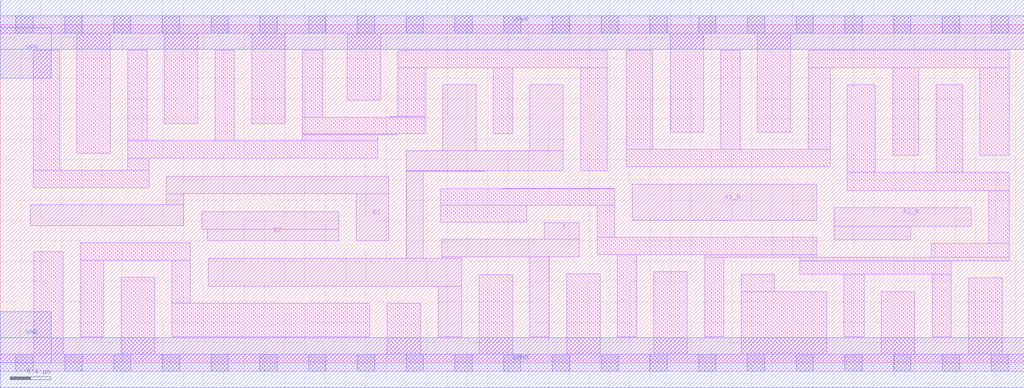
<source format=lef>
# Copyright 2020 The SkyWater PDK Authors
#
# Licensed under the Apache License, Version 2.0 (the "License");
# you may not use this file except in compliance with the License.
# You may obtain a copy of the License at
#
#     https://www.apache.org/licenses/LICENSE-2.0
#
# Unless required by applicable law or agreed to in writing, software
# distributed under the License is distributed on an "AS IS" BASIS,
# WITHOUT WARRANTIES OR CONDITIONS OF ANY KIND, either express or implied.
# See the License for the specific language governing permissions and
# limitations under the License.
#
# SPDX-License-Identifier: Apache-2.0

VERSION 5.5 ;
NAMESCASESENSITIVE ON ;
BUSBITCHARS "[]" ;
DIVIDERCHAR "/" ;
MACRO sky130_fd_sc_lp__a2bb2oi_4
  CLASS CORE ;
  SOURCE USER ;
  ORIGIN  0.000000  0.000000 ;
  SIZE  10.08000 BY  3.330000 ;
  SYMMETRY X Y R90 ;
  SITE unit ;
  PIN A1_N
    ANTENNAGATEAREA  1.260000 ;
    DIRECTION INPUT ;
    USE SIGNAL ;
    PORT
      LAYER li1 ;
        RECT 6.220000 1.405000 8.040000 1.755000 ;
    END
  END A1_N
  PIN A2_N
    ANTENNAGATEAREA  1.260000 ;
    DIRECTION INPUT ;
    USE SIGNAL ;
    PORT
      LAYER li1 ;
        RECT 8.210000 1.210000 8.965000 1.345000 ;
        RECT 8.210000 1.345000 9.560000 1.525000 ;
    END
  END A2_N
  PIN B1
    ANTENNAGATEAREA  1.260000 ;
    DIRECTION INPUT ;
    USE SIGNAL ;
    PORT
      LAYER li1 ;
        RECT 0.295000 1.350000 1.805000 1.555000 ;
        RECT 1.635000 1.555000 1.805000 1.665000 ;
        RECT 1.635000 1.665000 3.825000 1.835000 ;
        RECT 3.505000 1.200000 3.825000 1.665000 ;
    END
  END B1
  PIN B2
    ANTENNAGATEAREA  1.260000 ;
    DIRECTION INPUT ;
    USE SIGNAL ;
    PORT
      LAYER li1 ;
        RECT 1.985000 1.315000 3.335000 1.485000 ;
        RECT 2.040000 1.200000 3.335000 1.315000 ;
    END
  END B2
  PIN Y
    ANTENNADIFFAREA  1.646400 ;
    DIRECTION OUTPUT ;
    USE SIGNAL ;
    PORT
      LAYER li1 ;
        RECT 2.050000 0.755000 4.545000 1.030000 ;
        RECT 3.995000 1.030000 4.165000 1.885000 ;
        RECT 3.995000 1.885000 4.770000 1.890000 ;
        RECT 3.995000 1.890000 5.545000 2.085000 ;
        RECT 4.310000 0.255000 4.545000 0.755000 ;
        RECT 4.345000 1.030000 4.545000 1.045000 ;
        RECT 4.345000 1.045000 5.700000 1.215000 ;
        RECT 4.355000 2.085000 4.685000 2.735000 ;
        RECT 5.215000 0.255000 5.405000 1.045000 ;
        RECT 5.215000 2.085000 5.545000 2.735000 ;
        RECT 5.355000 1.215000 5.700000 1.380000 ;
    END
  END Y
  PIN VGND
    DIRECTION INOUT ;
    USE GROUND ;
    PORT
      LAYER met1 ;
        RECT 0.000000 -0.245000 10.080000 0.245000 ;
    END
  END VGND
  PIN VNB
    DIRECTION INOUT ;
    USE GROUND ;
    PORT
      LAYER met1 ;
        RECT 0.000000 0.000000 0.500000 0.500000 ;
    END
  END VNB
  PIN VPB
    DIRECTION INOUT ;
    USE POWER ;
    PORT
      LAYER met1 ;
        RECT 0.000000 2.800000 0.500000 3.300000 ;
    END
  END VPB
  PIN VPWR
    DIRECTION INOUT ;
    USE POWER ;
    PORT
      LAYER met1 ;
        RECT 0.000000 3.085000 10.080000 3.575000 ;
    END
  END VPWR
  OBS
    LAYER li1 ;
      RECT 0.000000 -0.085000 10.080000 0.085000 ;
      RECT 0.000000  3.245000 10.080000 3.415000 ;
      RECT 0.325000  1.725000  1.465000 1.895000 ;
      RECT 0.325000  1.895000  0.585000 3.075000 ;
      RECT 0.330000  0.085000  0.620000 1.095000 ;
      RECT 0.755000  2.065000  1.085000 3.245000 ;
      RECT 0.790000  0.255000  1.020000 1.010000 ;
      RECT 0.790000  1.010000  1.870000 1.180000 ;
      RECT 1.190000  0.085000  1.520000 0.840000 ;
      RECT 1.255000  1.895000  1.465000 2.015000 ;
      RECT 1.255000  2.015000  3.715000 2.185000 ;
      RECT 1.255000  2.185000  1.445000 3.075000 ;
      RECT 1.615000  2.355000  1.945000 3.245000 ;
      RECT 1.690000  0.255000  3.640000 0.585000 ;
      RECT 1.690000  0.585000  1.870000 1.010000 ;
      RECT 2.115000  2.185000  2.305000 3.075000 ;
      RECT 2.475000  2.355000  2.805000 3.245000 ;
      RECT 2.975000  2.185000  3.715000 2.245000 ;
      RECT 2.975000  2.245000  3.905000 2.255000 ;
      RECT 2.975000  2.255000  4.185000 2.415000 ;
      RECT 2.975000  2.415000  3.175000 3.075000 ;
      RECT 3.415000  2.585000  3.745000 3.245000 ;
      RECT 3.810000  0.085000  4.140000 0.585000 ;
      RECT 3.845000  2.415000  4.185000 2.425000 ;
      RECT 3.915000  2.425000  4.185000 2.905000 ;
      RECT 3.915000  2.905000  5.975000 3.075000 ;
      RECT 4.335000  1.385000  5.185000 1.550000 ;
      RECT 4.335000  1.550000  6.050000 1.715000 ;
      RECT 4.715000  0.085000  5.045000 0.865000 ;
      RECT 4.855000  2.255000  5.045000 2.905000 ;
      RECT 4.940000  1.715000  6.050000 1.720000 ;
      RECT 5.575000  0.085000  5.905000 0.875000 ;
      RECT 5.715000  1.890000  5.975000 2.905000 ;
      RECT 5.880000  1.065000  8.040000 1.235000 ;
      RECT 5.880000  1.235000  6.050000 1.550000 ;
      RECT 6.075000  0.255000  6.265000 1.065000 ;
      RECT 6.165000  1.930000  8.170000 2.100000 ;
      RECT 6.165000  2.100000  6.425000 3.075000 ;
      RECT 6.435000  0.085000  6.765000 0.895000 ;
      RECT 6.595000  2.270000  6.925000 3.245000 ;
      RECT 6.935000  0.255000  7.125000 1.040000 ;
      RECT 6.935000  1.040000  8.040000 1.065000 ;
      RECT 7.095000  2.100000  7.285000 3.075000 ;
      RECT 7.295000  0.085000  8.135000 0.700000 ;
      RECT 7.295000  0.700000  7.625000 0.870000 ;
      RECT 7.455000  2.270000  7.785000 3.245000 ;
      RECT 7.870000  0.870000  9.365000 1.005000 ;
      RECT 7.870000  1.005000  9.935000 1.040000 ;
      RECT 7.955000  2.100000  8.170000 2.905000 ;
      RECT 7.955000  2.905000  9.935000 3.075000 ;
      RECT 8.305000  0.255000  8.505000 0.870000 ;
      RECT 8.340000  1.695000  9.935000 1.875000 ;
      RECT 8.340000  1.875000  8.615000 2.735000 ;
      RECT 8.675000  0.085000  9.005000 0.700000 ;
      RECT 8.785000  2.045000  9.045000 2.905000 ;
      RECT 9.165000  1.040000  9.935000 1.175000 ;
      RECT 9.175000  0.255000  9.365000 0.870000 ;
      RECT 9.215000  1.875000  9.475000 2.735000 ;
      RECT 9.535000  0.085000  9.865000 0.835000 ;
      RECT 9.645000  2.045000  9.935000 2.905000 ;
      RECT 9.730000  1.175000  9.935000 1.695000 ;
    LAYER mcon ;
      RECT 0.155000 -0.085000 0.325000 0.085000 ;
      RECT 0.155000  3.245000 0.325000 3.415000 ;
      RECT 0.635000 -0.085000 0.805000 0.085000 ;
      RECT 0.635000  3.245000 0.805000 3.415000 ;
      RECT 1.115000 -0.085000 1.285000 0.085000 ;
      RECT 1.115000  3.245000 1.285000 3.415000 ;
      RECT 1.595000 -0.085000 1.765000 0.085000 ;
      RECT 1.595000  3.245000 1.765000 3.415000 ;
      RECT 2.075000 -0.085000 2.245000 0.085000 ;
      RECT 2.075000  3.245000 2.245000 3.415000 ;
      RECT 2.555000 -0.085000 2.725000 0.085000 ;
      RECT 2.555000  3.245000 2.725000 3.415000 ;
      RECT 3.035000 -0.085000 3.205000 0.085000 ;
      RECT 3.035000  3.245000 3.205000 3.415000 ;
      RECT 3.515000 -0.085000 3.685000 0.085000 ;
      RECT 3.515000  3.245000 3.685000 3.415000 ;
      RECT 3.995000 -0.085000 4.165000 0.085000 ;
      RECT 3.995000  3.245000 4.165000 3.415000 ;
      RECT 4.475000 -0.085000 4.645000 0.085000 ;
      RECT 4.475000  3.245000 4.645000 3.415000 ;
      RECT 4.955000 -0.085000 5.125000 0.085000 ;
      RECT 4.955000  3.245000 5.125000 3.415000 ;
      RECT 5.435000 -0.085000 5.605000 0.085000 ;
      RECT 5.435000  3.245000 5.605000 3.415000 ;
      RECT 5.915000 -0.085000 6.085000 0.085000 ;
      RECT 5.915000  3.245000 6.085000 3.415000 ;
      RECT 6.395000 -0.085000 6.565000 0.085000 ;
      RECT 6.395000  3.245000 6.565000 3.415000 ;
      RECT 6.875000 -0.085000 7.045000 0.085000 ;
      RECT 6.875000  3.245000 7.045000 3.415000 ;
      RECT 7.355000 -0.085000 7.525000 0.085000 ;
      RECT 7.355000  3.245000 7.525000 3.415000 ;
      RECT 7.835000 -0.085000 8.005000 0.085000 ;
      RECT 7.835000  3.245000 8.005000 3.415000 ;
      RECT 8.315000 -0.085000 8.485000 0.085000 ;
      RECT 8.315000  3.245000 8.485000 3.415000 ;
      RECT 8.795000 -0.085000 8.965000 0.085000 ;
      RECT 8.795000  3.245000 8.965000 3.415000 ;
      RECT 9.275000 -0.085000 9.445000 0.085000 ;
      RECT 9.275000  3.245000 9.445000 3.415000 ;
      RECT 9.755000 -0.085000 9.925000 0.085000 ;
      RECT 9.755000  3.245000 9.925000 3.415000 ;
  END
END sky130_fd_sc_lp__a2bb2oi_4
END LIBRARY

</source>
